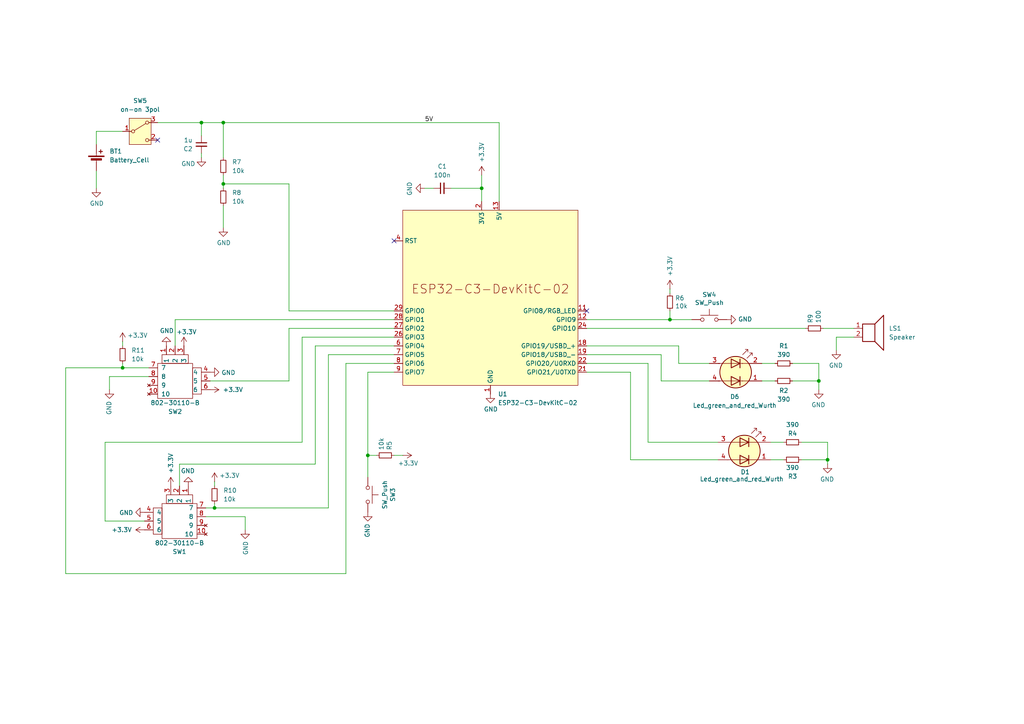
<source format=kicad_sch>
(kicad_sch (version 20231120) (generator "eeschema") (generator_version "8.0")
  (paper "A4")
  (lib_symbols
    (symbol "802-30110-B-Joystick_2" (pin_names (offset 1.016))
      (property "Reference" "SW2" (at 0 8.89 0))
      (property "Value" "802-30110-B" (at 0 6.35 0))
      (symbol "802-30110-B-Joystick_2_0_1"
        (rectangle (start -5.08 5.08) (end 5.08 -5.08))
        (rectangle (start -3.81 -5.08) (end 3.81 -7.62))
        (rectangle (start 5.08 3.81) (end 7.62 -3.81))
      )
      (symbol "802-30110-B-Joystick_2_1_1"
        (pin input line (at -2.54 -10.16 90) (length 2.54) (name "1") (number "1"))
        (pin no_connect line (at -7.62 3.81 0) (length 2.54) (name "10") (number "10"))
        (pin output line (at 0 -10.16 90) (length 2.54) (name "2") (number "2"))
        (pin input line (at 2.54 -10.16 90) (length 2.54) (name "3") (number "3"))
        (pin input line (at 10.16 -2.54 180) (length 2.54) (name "4") (number "4"))
        (pin output line (at 10.16 0 180) (length 2.54) (name "5") (number "5"))
        (pin input line (at 10.16 2.54 180) (length 2.54) (name "6") (number "6"))
        (pin input line (at -7.62 -3.81 0) (length 2.54) (name "7") (number "7"))
        (pin input line (at -7.62 -1.27 0) (length 2.54) (name "8") (number "8"))
        (pin no_connect line (at -7.62 1.27 0) (length 2.54) (name "9") (number "9"))
      )
    )
    (symbol "Device:Battery_Cell" (pin_numbers hide) (pin_names (offset 0) hide)
      (property "Reference" "BT" (at 2.54 2.54 0))
      (property "Value" "Battery_Cell" (at 2.54 0 0))
      (symbol "Battery_Cell_0_1"
        (rectangle (start -2.286 1.778) (end 2.286 1.524) (fill (type outline)))
        (rectangle (start -1.524 1.016) (end 1.524 0.508) (fill (type outline)))
        (polyline (pts (xy 0 0.762) (xy 0 0)))
        (polyline (pts (xy 0 1.778) (xy 0 2.54)))
        (polyline (pts (xy 0.762 3.048) (xy 1.778 3.048)) (stroke (width 0.254)))
        (polyline (pts (xy 1.27 3.556) (xy 1.27 2.54)) (stroke (width 0.254)))
      )
      (symbol "Battery_Cell_1_1"
        (pin passive line (at 0 5.08 270) (length 2.54) (name "+") (number "1"))
        (pin passive line (at 0 -2.54 90) (length 2.54) (name "-") (number "2"))
      )
    )
    (symbol "Device:Speaker" (pin_names (offset 0) hide)
      (property "Reference" "LS" (at 1.27 5.715 0))
      (property "Value" "Speaker" (at 1.27 3.81 0))
      (symbol "Speaker_0_0"
        (rectangle (start -2.54 1.27) (end 1.016 -3.81) (stroke (width 0.254)))
        (polyline (pts (xy 1.016 1.27) (xy 3.556 3.81) (xy 3.556 -6.35) (xy 1.016 -3.81)) (stroke (width 0.254)))
      )
      (symbol "Speaker_1_1"
        (pin input line (at -5.08 0 0) (length 2.54) (name "1") (number "1"))
        (pin input line (at -5.08 -2.54 0) (length 2.54) (name "2") (number "2"))
      )
    )
    (symbol "Enkapsel_programmering-rescue:C_Small-Device" (pin_numbers hide) (pin_names (offset 0.254) hide)
      (property "Reference" "C" (at 0.254 1.778 0))
      (property "Value" "Device_C_Small" (at 0.254 -2.032 0))
      (symbol "C_Small-Device_0_1"
        (polyline (pts (xy -1.524 -0.508) (xy 1.524 -0.508)) (stroke (width 0.3302)))
        (polyline (pts (xy -1.524 0.508) (xy 1.524 0.508)) (stroke (width 0.3048)))
      )
      (symbol "C_Small-Device_1_1"
        (pin passive line (at 0 2.54 270) (length 2.032) (name "~") (number "1"))
        (pin passive line (at 0 -2.54 90) (length 2.032) (name "~") (number "2"))
      )
    )
    (symbol "Enkapsel_programmering-rescue:GND-power" (power) (pin_names (offset 0))
      (property "Value" "GND-power" (at 0 -3.81 0))
      (symbol "GND-power_0_1"
        (polyline (pts (xy 0 0) (xy 0 -1.27) (xy 1.27 -1.27) (xy 0 -2.54) (xy -1.27 -1.27) (xy 0 -1.27)))
      )
      (symbol "GND-power_1_1"
        (pin power_in line (at 0 0 270) (length 0) hide (name "GND") (number "1"))
      )
    )
    (symbol "Enkapsel_programmering-rescue:R_Small-Device" (pin_numbers hide) (pin_names (offset 0.254) hide)
      (property "Reference" "R" (at 0.762 0.508 0))
      (property "Value" "Device_R_Small" (at 0.762 -1.016 0))
      (symbol "R_Small-Device_0_1"
        (rectangle (start -0.762 1.778) (end 0.762 -1.778) (stroke (width 0.2032)))
      )
      (symbol "R_Small-Device_1_1"
        (pin passive line (at 0 2.54 270) (length 0.762) (name "~") (number "1"))
        (pin passive line (at 0 -2.54 90) (length 0.762) (name "~") (number "2"))
      )
    )
    (symbol "Enkapsel_programmering-rescue:SW_Push-Switch" (pin_numbers hide) (pin_names (offset 1.016) hide)
      (property "Reference" "SW" (at 1.27 2.54 0))
      (property "Value" "Switch_SW_Push" (at 0 -1.524 0))
      (symbol "SW_Push-Switch_0_1"
        (circle (center -2.032 0) (radius 0.508))
        (polyline (pts (xy 0 1.27) (xy 0 3.048)))
        (polyline (pts (xy 2.54 1.27) (xy -2.54 1.27)))
        (circle (center 2.032 0) (radius 0.508))
        (pin passive line (at -5.08 0 0) (length 2.54) (name "1") (number "1"))
        (pin passive line (at 5.08 0 180) (length 2.54) (name "2") (number "2"))
      )
    )
    (symbol "Espressif:ESP32-C3-DevKitC-02"
      (property "Reference" "U" (at -25.4 30.48 0))
      (property "Value" "ESP32-C3-DevKitC-02" (at -25.4 27.94 0))
      (symbol "ESP32-C3-DevKitC-02_0_1"
        (rectangle (start -25.4 25.4) (end 25.4 -25.4) (fill (type background)))
      )
      (symbol "ESP32-C3-DevKitC-02_1_0"
        (text "ESP32-C3-DevKitC-02" (at 0 2.54 0) (effects (font (size 2.54 2.54))))
      )
      (symbol "ESP32-C3-DevKitC-02_1_1"
        (pin passive line (at 0 -27.94 90) (length 2.54) (name "GND") (number "1"))
        (pin passive line (at 0 -27.94 90) (length 2.54) hide (name "GND") (number "10"))
        (pin bidirectional line (at 27.94 -3.81 180) (length 2.54) (name "GPIO8/RGB_LED") (number "11"))
        (pin bidirectional line (at 27.94 -6.35 180) (length 2.54) (name "GPIO9") (number "12"))
        (pin power_in line (at 2.54 27.94 270) (length 2.54) (name "5V") (number "13"))
        (pin power_in line (at 2.54 27.94 270) (length 2.54) hide (name "5V") (number "14"))
        (pin passive line (at 0 -27.94 90) (length 2.54) hide (name "GND") (number "15"))
        (pin passive line (at 0 -27.94 90) (length 2.54) hide (name "GND") (number "16"))
        (pin passive line (at 0 -27.94 90) (length 2.54) hide (name "GND") (number "17"))
        (pin bidirectional line (at 27.94 -13.97 180) (length 2.54) (name "GPIO19/USBD_+") (number "18"))
        (pin bidirectional line (at 27.94 -16.51 180) (length 2.54) (name "GPIO18/USBD_-") (number "19"))
        (pin power_in line (at -2.54 27.94 270) (length 2.54) (name "3V3") (number "2"))
        (pin passive line (at 0 -27.94 90) (length 2.54) hide (name "GND") (number "20"))
        (pin bidirectional line (at 27.94 -21.59 180) (length 2.54) (name "GPIO21/U0TXD") (number "21"))
        (pin bidirectional line (at 27.94 -19.05 180) (length 2.54) (name "GPIO20/U0RXD") (number "22"))
        (pin passive line (at 0 -27.94 90) (length 2.54) hide (name "GND") (number "23"))
        (pin bidirectional line (at 27.94 -8.89 180) (length 2.54) (name "GPIO10") (number "24"))
        (pin passive line (at 0 -27.94 90) (length 2.54) hide (name "GND") (number "25"))
        (pin bidirectional line (at -27.94 -11.43 0) (length 2.54) (name "GPIO3") (number "26"))
        (pin bidirectional line (at -27.94 -8.89 0) (length 2.54) (name "GPIO2") (number "27"))
        (pin bidirectional line (at -27.94 -6.35 0) (length 2.54) (name "GPIO1") (number "28"))
        (pin bidirectional line (at -27.94 -3.81 0) (length 2.54) (name "GPIO0") (number "29"))
        (pin power_in line (at -2.54 27.94 270) (length 2.54) hide (name "3V3") (number "3"))
        (pin passive line (at 0 -27.94 90) (length 2.54) hide (name "GND") (number "30"))
        (pin output line (at -27.94 16.51 0) (length 2.54) (name "RST") (number "4"))
        (pin passive line (at 0 -27.94 90) (length 2.54) hide (name "GND") (number "5"))
        (pin bidirectional line (at -27.94 -13.97 0) (length 2.54) (name "GPIO4") (number "6"))
        (pin bidirectional line (at -27.94 -16.51 0) (length 2.54) (name "GPIO5") (number "7"))
        (pin bidirectional line (at -27.94 -19.05 0) (length 2.54) (name "GPIO6") (number "8"))
        (pin bidirectional line (at -27.94 -21.59 0) (length 2.54) (name "GPIO7") (number "9"))
      )
    )
    (symbol "JonasLib:Led_green_and_red_Wurth" (pin_names (offset 0) hide)
      (property "Reference" "D1" (at 0.127 11.43 0))
      (property "Value" "Led_green_and_red_Wurth" (at 0.127 8.89 0))
      (symbol "Led_green_and_red_Wurth_0_1"
        (polyline (pts (xy -3.81 -2.54) (xy -1.905 -2.54)))
        (polyline (pts (xy -3.81 2.54) (xy -1.905 2.54)))
        (polyline (pts (xy -1.27 -1.27) (xy -1.27 -3.81)) (stroke (width 0.254)))
        (polyline (pts (xy -1.27 3.81) (xy -1.27 1.27)) (stroke (width 0.254)))
        (polyline (pts (xy 5.08 -2.54) (xy -2.032 -2.54)))
        (polyline (pts (xy 5.08 2.54) (xy -2.032 2.54)))
        (polyline (pts (xy 1.27 -1.27) (xy 1.27 -3.81) (xy -1.27 -2.54) (xy 1.27 -1.27)) (stroke (width 0.254)))
        (polyline (pts (xy 1.27 3.81) (xy 1.27 1.27) (xy -1.27 2.54) (xy 1.27 3.81)) (stroke (width 0.254)))
        (polyline (pts (xy -3.302 4.064) (xy -4.826 5.588) (xy -4.064 5.588) (xy -4.826 5.588) (xy -4.826 4.826)))
        (polyline (pts (xy -2.032 5.08) (xy -3.556 6.604) (xy -2.794 6.604) (xy -3.556 6.604) (xy -3.556 5.842)))
        (circle (center 0 0) (radius 4.572) (stroke (width 0.254)) (fill (type background)))
      )
      (symbol "Led_green_and_red_Wurth_1_1"
        (pin input line (at -7.62 -2.54 0) (length 3.81) (name "K2") (number "1"))
        (pin input line (at -7.62 2.54 0) (length 3.81) (name "K1") (number "2"))
        (pin input line (at 7.62 2.54 180) (length 3.048) (name "A1") (number "3"))
        (pin input line (at 7.62 -2.54 180) (length 3.048) (name "A2") (number "4"))
      )
    )
    (symbol "Switch:SW_Wuerth_450301014042" (pin_names (offset 1) hide)
      (property "Reference" "SW" (at 0 5.08 0))
      (property "Value" "SW_Wuerth_450301014042" (at 0 -5.08 0))
      (symbol "SW_Wuerth_450301014042_0_1"
        (circle (center -2.032 0) (radius 0.4572))
        (polyline (pts (xy -1.651 0.254) (xy 1.651 2.286)))
        (circle (center 2.032 -2.54) (radius 0.4572))
        (circle (center 2.032 2.54) (radius 0.4572))
      )
      (symbol "SW_Wuerth_450301014042_1_1"
        (rectangle (start -3.175 3.81) (end 3.175 -3.81) (fill (type background)))
        (pin passive line (at -5.08 0 0) (length 2.54) (name "B") (number "1"))
        (pin passive line (at 5.08 -2.54 180) (length 2.54) (name "C") (number "2"))
        (pin passive line (at 5.08 2.54 180) (length 2.54) (name "A") (number "3"))
      )
    )
    (symbol "power:+3.3V" (power) (pin_numbers hide) (pin_names (offset 0) hide)
      (property "Value" "+3.3V" (at 0 3.556 0))
      (symbol "+3.3V_0_1"
        (polyline (pts (xy -0.762 1.27) (xy 0 2.54)))
        (polyline (pts (xy 0 0) (xy 0 2.54)))
        (polyline (pts (xy 0 2.54) (xy 0.762 1.27)))
      )
      (symbol "+3.3V_1_1"
        (pin power_in line (at 0 0 90) (length 0) (name "~") (number "1"))
      )
    )
  )
  (junction (at 240.03 133.35))
  (junction (at 58.42 35.56))
  (junction (at 35.56 106.68))
  (junction (at 237.49 110.49))
  (junction (at 64.77 35.56))
  (junction (at 139.7 54.61))
  (junction (at 194.31 92.71))
  (junction (at 62.23 147.32))
  (junction (at 64.77 53.34))
  (junction (at 106.68 132.08))
  (no_connect (at 170.18 90.17))
  (no_connect (at 45.72 40.64))
  (no_connect (at 114.3 69.85))
  (wire (pts (xy 27.94 38.1) (xy 35.56 38.1)))
  (wire (pts (xy 45.72 35.56) (xy 58.42 35.56)))
  (wire (pts (xy 83.82 95.25) (xy 114.3 95.25)))
  (wire (pts (xy 114.3 92.71) (xy 50.8 92.71)))
  (wire (pts (xy 194.31 85.09) (xy 194.31 83.82)))
  (wire (pts (xy 208.28 133.35) (xy 182.88 133.35)))
  (wire (pts (xy 71.12 149.86) (xy 71.12 153.67)))
  (wire (pts (xy 62.23 147.32) (xy 95.25 147.32)))
  (wire (pts (xy 64.77 53.34) (xy 64.77 54.61)))
  (wire (pts (xy 31.75 109.22) (xy 43.18 109.22)))
  (wire (pts (xy 64.77 35.56) (xy 64.77 45.72)))
  (wire (pts (xy 64.77 50.8) (xy 64.77 53.34)))
  (wire (pts (xy 106.68 107.95) (xy 114.3 107.95)))
  (wire (pts (xy 19.05 106.68) (xy 19.05 166.37)))
  (wire (pts (xy 27.94 38.1) (xy 27.94 41.91)))
  (wire (pts (xy 83.82 53.34) (xy 83.82 90.17)))
  (wire (pts (xy 191.77 110.49) (xy 191.77 102.87)))
  (wire (pts (xy 187.96 105.41) (xy 187.96 128.27)))
  (wire (pts (xy 229.87 105.41) (xy 237.49 105.41)))
  (wire (pts (xy 64.77 35.56) (xy 144.78 35.56)))
  (wire (pts (xy 58.42 35.56) (xy 64.77 35.56)))
  (wire (pts (xy 71.12 149.86) (xy 59.69 149.86)))
  (wire (pts (xy 30.48 151.13) (xy 30.48 128.27)))
  (wire (pts (xy 95.25 102.87) (xy 114.3 102.87)))
  (wire (pts (xy 114.3 132.08) (xy 116.84 132.08)))
  (wire (pts (xy 100.33 166.37) (xy 100.33 105.41)))
  (wire (pts (xy 52.07 134.62) (xy 52.07 140.97)))
  (wire (pts (xy 182.88 107.95) (xy 170.18 107.95)))
  (wire (pts (xy 35.56 99.06) (xy 35.56 100.33)))
  (wire (pts (xy 58.42 39.37) (xy 58.42 35.56)))
  (wire (pts (xy 196.85 105.41) (xy 205.74 105.41)))
  (wire (pts (xy 196.85 100.33) (xy 196.85 105.41)))
  (wire (pts (xy 170.18 92.71) (xy 194.31 92.71)))
  (wire (pts (xy 139.7 54.61) (xy 139.7 58.42)))
  (wire (pts (xy 242.57 97.79) (xy 242.57 101.6)))
  (wire (pts (xy 87.63 97.79) (xy 114.3 97.79)))
  (wire (pts (xy 19.05 106.68) (xy 35.56 106.68)))
  (wire (pts (xy 35.56 106.68) (xy 43.18 106.68)))
  (wire (pts (xy 237.49 110.49) (xy 237.49 113.03)))
  (wire (pts (xy 106.68 107.95) (xy 106.68 132.08)))
  (wire (pts (xy 130.81 54.61) (xy 139.7 54.61)))
  (wire (pts (xy 106.68 132.08) (xy 106.68 138.43)))
  (wire (pts (xy 200.66 92.71) (xy 194.31 92.71)))
  (wire (pts (xy 139.7 50.8) (xy 139.7 54.61)))
  (wire (pts (xy 95.25 147.32) (xy 95.25 102.87)))
  (wire (pts (xy 35.56 105.41) (xy 35.56 106.68)))
  (wire (pts (xy 232.41 133.35) (xy 240.03 133.35)))
  (wire (pts (xy 50.8 92.71) (xy 50.8 100.33)))
  (wire (pts (xy 83.82 90.17) (xy 114.3 90.17)))
  (wire (pts (xy 64.77 53.34) (xy 83.82 53.34)))
  (wire (pts (xy 83.82 110.49) (xy 83.82 95.25)))
  (wire (pts (xy 30.48 128.27) (xy 87.63 128.27)))
  (wire (pts (xy 208.28 128.27) (xy 187.96 128.27)))
  (wire (pts (xy 64.77 59.69) (xy 64.77 66.04)))
  (wire (pts (xy 62.23 139.7) (xy 62.23 140.97)))
  (wire (pts (xy 100.33 105.41) (xy 114.3 105.41)))
  (wire (pts (xy 247.65 97.79) (xy 242.57 97.79)))
  (wire (pts (xy 182.88 107.95) (xy 182.88 133.35)))
  (wire (pts (xy 59.69 147.32) (xy 62.23 147.32)))
  (wire (pts (xy 62.23 146.05) (xy 62.23 147.32)))
  (wire (pts (xy 170.18 95.25) (xy 233.68 95.25)))
  (wire (pts (xy 238.76 95.25) (xy 247.65 95.25)))
  (wire (pts (xy 58.42 44.45) (xy 58.42 45.72)))
  (wire (pts (xy 227.33 128.27) (xy 223.52 128.27)))
  (wire (pts (xy 194.31 92.71) (xy 194.31 90.17)))
  (wire (pts (xy 205.74 110.49) (xy 191.77 110.49)))
  (wire (pts (xy 106.68 132.08) (xy 109.22 132.08)))
  (wire (pts (xy 91.44 134.62) (xy 52.07 134.62)))
  (wire (pts (xy 114.3 100.33) (xy 91.44 100.33)))
  (wire (pts (xy 232.41 128.27) (xy 240.03 128.27)))
  (wire (pts (xy 19.05 166.37) (xy 100.33 166.37)))
  (wire (pts (xy 31.75 109.22) (xy 31.75 113.03)))
  (wire (pts (xy 170.18 100.33) (xy 196.85 100.33)))
  (wire (pts (xy 187.96 105.41) (xy 170.18 105.41)))
  (wire (pts (xy 240.03 134.62) (xy 240.03 133.35)))
  (wire (pts (xy 227.33 133.35) (xy 223.52 133.35)))
  (wire (pts (xy 229.87 110.49) (xy 237.49 110.49)))
  (wire (pts (xy 170.18 102.87) (xy 191.77 102.87)))
  (wire (pts (xy 224.79 110.49) (xy 220.98 110.49)))
  (wire (pts (xy 91.44 100.33) (xy 91.44 134.62)))
  (wire (pts (xy 144.78 58.42) (xy 144.78 35.56)))
  (wire (pts (xy 123.19 54.61) (xy 125.73 54.61)))
  (wire (pts (xy 41.91 151.13) (xy 30.48 151.13)))
  (wire (pts (xy 224.79 105.41) (xy 220.98 105.41)))
  (wire (pts (xy 87.63 128.27) (xy 87.63 97.79)))
  (wire (pts (xy 83.82 110.49) (xy 60.96 110.49)))
  (wire (pts (xy 27.94 49.53) (xy 27.94 54.61)))
  (wire (pts (xy 237.49 105.41) (xy 237.49 110.49)))
  (wire (pts (xy 240.03 128.27) (xy 240.03 133.35)))
  (label "5V" (at 123.19 35.56 0))
  (symbol (lib_name "802-30110-B-Joystick_2") (lib_id "Enkapsel_programmering-rescue:802-30110-B-Joystick") (at 50.8 110.49 0) (mirror x) (unit 1)
    (property "Reference" "SW2" (at 50.8 119.38 0))
    (property "Value" "802-30110-B" (at 50.8 116.84 0))
    (property "Footprint" "JonasLib:Joystick" (effects (hide yes)))
    (property "Datasheet" "https://www.electrokit.com/joystick-10k-tummanovrering" (effects (hide yes)))
  )
  (symbol (lib_id "Enkapsel_programmering-rescue:GND-power") (at 60.96 107.95 90) (mirror x) (unit 1)
    (property "Reference" "#PWR0105" (effects (hide yes)))
    (property "Value" "GND" (at 64.2112 108.077 90) (effects (justify right)))
  )
  (symbol (lib_id "Enkapsel_programmering-rescue:GND-power") (at 48.26 100.33 0) (mirror x) (unit 1)
    (property "Reference" "#PWR0113" (effects (hide yes)))
    (property "Value" "GND" (at 48.387 95.9358 0))
  )
  (symbol (lib_id "Enkapsel_programmering-rescue:GND-power") (at 54.61 140.97 180) (unit 1)
    (property "Reference" "#PWR0114" (effects (hide yes)))
    (property "Value" "GND" (at 54.483 136.5758 0))
  )
  (symbol (lib_id "Enkapsel_programmering-rescue:GND-power") (at 41.91 148.59 270) (unit 1)
    (property "Reference" "#PWR0115" (effects (hide yes)))
    (property "Value" "GND" (at 38.6588 148.717 90) (effects (justify right)))
  )
  (symbol (lib_id "Enkapsel_programmering-rescue:SW_Push-Switch") (at 205.74 92.71 0) (unit 1)
    (property "Reference" "SW4" (at 205.74 85.471 0))
    (property "Value" "SW_Push" (at 205.74 87.7824 0))
    (property "Footprint" "Button_Switch_THT:SW_PUSH-12mm" (effects (hide yes)))
    (property "Datasheet" "https://www.electrokit.com/tryckknapp-pcb-12x12x8.5mm" (effects (hide yes)))
  )
  (symbol (lib_id "Enkapsel_programmering-rescue:SW_Push-Switch") (at 106.68 143.51 270) (unit 1)
    (property "Reference" "SW3" (at 113.919 143.51 0))
    (property "Value" "SW_Push" (at 111.6076 143.51 0))
    (property "Footprint" "Button_Switch_THT:SW_PUSH-12mm" (effects (hide yes)))
    (property "Datasheet" "https://www.electrokit.com/tryckknapp-pcb-12x12x8.5mm" (effects (hide yes)))
  )
  (symbol (lib_id "Enkapsel_programmering-rescue:R_Small-Device") (at 194.31 87.63 0) (unit 1)
    (property "Reference" "R6" (at 195.8086 86.4616 0) (effects (justify left)))
    (property "Value" "10k" (at 195.8086 88.773 0) (effects (justify left)))
    (property "Footprint" "Resistor_SMD:R_1206_3216Metric_Pad1.30x1.75mm_HandSolder" (effects (hide yes)))
    (property "Datasheet" "https://www.electrokit.com/motstand-10kohm-0.25w-smd-1206" (effects (hide yes)))
  )
  (symbol (lib_id "Enkapsel_programmering-rescue:R_Small-Device") (at 111.76 132.08 270) (mirror x) (unit 1)
    (property "Reference" "R5" (at 112.9284 130.5814 0) (effects (justify left)))
    (property "Value" "10k" (at 110.617 130.5814 0) (effects (justify left)))
    (property "Footprint" "Resistor_SMD:R_1206_3216Metric_Pad1.30x1.75mm_HandSolder" (effects (hide yes)))
    (property "Datasheet" "https://www.electrokit.com/motstand-10kohm-0.25w-smd-1206" (effects (hide yes)))
  )
  (symbol (lib_id "Enkapsel_programmering-rescue:GND-power") (at 106.68 148.59 0) (mirror y) (unit 1)
    (property "Reference" "#PWR0123" (effects (hide yes)))
    (property "Value" "GND" (at 106.553 151.8412 90) (effects (justify right)))
  )
  (symbol (lib_id "Enkapsel_programmering-rescue:GND-power") (at 210.82 92.71 90) (unit 1)
    (property "Reference" "#PWR0121" (effects (hide yes)))
    (property "Value" "GND" (at 214.0712 92.583 90) (effects (justify right)))
  )
  (symbol (lib_id "Enkapsel_programmering-rescue:R_Small-Device") (at 229.87 128.27 270) (mirror x) (unit 1)
    (property "Reference" "R4" (at 229.87 125.73 90))
    (property "Value" "390" (at 229.87 123.19 90))
    (property "Footprint" "Resistor_SMD:R_1206_3216Metric_Pad1.30x1.75mm_HandSolder" (effects (hide yes)))
    (property "Datasheet" "https://www.electrokit.com/motstand-390ohm-0.25w-smd-1206" (effects (hide yes)))
  )
  (symbol (lib_id "Enkapsel_programmering-rescue:GND-power") (at 240.03 134.62 0) (mirror y) (unit 1)
    (property "Reference" "#PWR015" (effects (hide yes)))
    (property "Value" "GND" (at 239.903 139.0142 0))
  )
  (symbol (lib_id "Enkapsel_programmering-rescue:GND-power") (at 58.42 45.72 0) (unit 1)
    (property "Reference" "#PWR07" (effects (hide yes)))
    (property "Value" "GND" (at 54.61 47.498 0))
  )
  (symbol (lib_id "power:+3.3V") (at 49.53 140.97 0) (unit 1)
    (property "Reference" "#PWR05" (effects (hide yes)))
    (property "Value" "+3.3V" (at 49.53 134.366 90))
    (property "Description" "Power symbol creates a global label with name \"+3.3V\"" (effects (hide yes)))
  )
  (symbol (lib_id "Enkapsel_programmering-rescue:R_Small-Device") (at 229.87 133.35 90) (mirror x) (unit 1)
    (property "Reference" "R3" (at 229.87 138.176 90))
    (property "Value" "390" (at 229.87 135.636 90))
    (property "Footprint" "Resistor_SMD:R_1206_3216Metric_Pad1.30x1.75mm_HandSolder" (effects (hide yes)))
    (property "Datasheet" "https://www.electrokit.com/motstand-390ohm-0.25w-smd-1206" (effects (hide yes)))
  )
  (symbol (lib_id "Device:Battery_Cell") (at 27.94 46.99 0) (unit 1)
    (property "Reference" "BT1" (at 31.75 43.8784 0) (effects (justify left)))
    (property "Value" "Battery_Cell" (at 31.75 46.4184 0) (effects (justify left)))
    (property "Footprint" "JonasLib:Batterihållare 4xAAA" (effects (hide yes)))
    (property "Description" "Single-cell battery" (effects (hide yes)))
  )
  (symbol (lib_id "Enkapsel_programmering-rescue:R_Small-Device") (at 64.77 57.15 180) (unit 1)
    (property "Reference" "R8" (at 67.31 55.88 0) (effects (justify right)))
    (property "Value" "10k" (at 67.31 58.42 0) (effects (justify right)))
    (property "Footprint" "Resistor_SMD:R_1206_3216Metric_Pad1.30x1.75mm_HandSolder" (effects (hide yes)))
    (property "Datasheet" "https://www.electrokit.com/motstand-10kohm-0.25w-smd-1206" (effects (hide yes)))
  )
  (symbol (lib_id "power:+3.3V") (at 62.23 139.7 0) (unit 1)
    (property "Reference" "#PWR019" (effects (hide yes)))
    (property "Value" "+3.3V" (at 66.548 137.922 0))
    (property "Description" "Power symbol creates a global label with name \"+3.3V\"" (effects (hide yes)))
  )
  (symbol (lib_id "Enkapsel_programmering-rescue:C_Small-Device") (at 58.42 41.91 0) (unit 1)
    (property "Reference" "C2" (at 55.88 43.1864 0) (effects (justify right)))
    (property "Value" "1u" (at 55.88 40.6464 0) (effects (justify right)))
    (property "Footprint" "Capacitor_SMD:C_1206_3216Metric_Pad1.33x1.80mm_HandSolder" (effects (hide yes)))
    (property "Datasheet" "https://www.electrokit.com/kondensator-1206-x7r-1uf-1025v" (effects (hide yes)))
  )
  (symbol (lib_id "JonasLib:Led_green_and_red_Wurth") (at 213.36 107.95 0) (mirror y) (unit 1)
    (property "Reference" "D6" (at 213.106 115.062 0))
    (property "Value" "Led_green_and_red_Wurth" (at 213.106 117.602 0))
    (property "Footprint" "JonasLib:Led green and red Wurth" (effects (hide yes)))
    (property "Description" "Dual LED, cathodes on pins 2 and 3" (effects (hide yes)))
  )
  (symbol (lib_id "Enkapsel_programmering-rescue:R_Small-Device") (at 227.33 105.41 270) (mirror x) (unit 1)
    (property "Reference" "R1" (at 227.33 100.33 90))
    (property "Value" "390" (at 227.33 102.87 90))
    (property "Footprint" "Resistor_SMD:R_1206_3216Metric_Pad1.30x1.75mm_HandSolder" (effects (hide yes)))
    (property "Datasheet" "https://www.electrokit.com/motstand-390ohm-0.25w-smd-1206" (effects (hide yes)))
  )
  (symbol (lib_id "Device:Speaker") (at 252.73 95.25 0) (unit 1)
    (property "Reference" "LS1" (at 257.81 95.2499 0) (effects (justify left)))
    (property "Value" "Speaker" (at 257.81 97.7899 0) (effects (justify left)))
    (property "Footprint" "JonasLib:summer 4khz miniatyr" (effects (hide yes)))
    (property "Datasheet" "https://www.electrokit.com/summer-4-khz-miniatyr" (effects (hide yes)))
    (property "Description" "Speaker" (effects (hide yes)))
  )
  (symbol (lib_id "Enkapsel_programmering-rescue:GND-power") (at 242.57 101.6 0) (mirror y) (unit 1)
    (property "Reference" "#PWR013" (effects (hide yes)))
    (property "Value" "GND" (at 242.443 105.9942 0))
  )
  (symbol (lib_id "Enkapsel_programmering-rescue:GND-power") (at 31.75 113.03 0) (mirror y) (unit 1)
    (property "Reference" "#PWR02" (effects (hide yes)))
    (property "Value" "GND" (at 31.623 116.2812 90) (effects (justify right)))
  )
  (symbol (lib_id "Enkapsel_programmering-rescue:GND-power") (at 123.19 54.61 270) (unit 1)
    (property "Reference" "#PWR09" (effects (hide yes)))
    (property "Value" "GND" (at 118.7958 54.737 0))
  )
  (symbol (lib_id "power:+3.3V") (at 41.91 153.67 90) (unit 1)
    (property "Reference" "#PWR018" (effects (hide yes)))
    (property "Value" "+3.3V" (at 35.306 153.67 90))
    (property "Description" "Power symbol creates a global label with name \"+3.3V\"" (effects (hide yes)))
  )
  (symbol (lib_id "JonasLib:Led_green_and_red_Wurth") (at 215.9 130.81 0) (mirror y) (unit 1)
    (property "Reference" "D1" (at 216.154 136.906 0))
    (property "Value" "Led_green_and_red_Wurth" (at 215.138 138.938 0))
    (property "Footprint" "JonasLib:Led green and red Wurth" (effects (hide yes)))
    (property "Description" "Dual LED, cathodes on pins 2 and 3" (effects (hide yes)))
  )
  (symbol (lib_id "power:+3.3V") (at 35.56 99.06 0) (unit 1)
    (property "Reference" "#PWR04" (effects (hide yes)))
    (property "Value" "+3.3V" (at 39.878 97.282 0))
    (property "Description" "Power symbol creates a global label with name \"+3.3V\"" (effects (hide yes)))
  )
  (symbol (lib_id "Enkapsel_programmering-rescue:C_Small-Device") (at 128.27 54.61 90) (unit 1)
    (property "Reference" "C1" (at 128.2763 48.26 90))
    (property "Value" "100n" (at 128.2763 50.8 90))
    (property "Footprint" "Capacitor_SMD:C_1206_3216Metric_Pad1.33x1.80mm_HandSolder" (effects (hide yes)))
    (property "Datasheet" "https://www.electrokit.com/kondensator-1206-x7r-100nf-10" (effects (hide yes)))
  )
  (symbol (lib_id "Switch:SW_Wuerth_450301014042") (at 40.64 38.1 0) (unit 1)
    (property "Reference" "SW5" (at 40.64 29.21 0))
    (property "Value" "on-on 3pol" (at 40.64 31.75 0))
    (property "Footprint" "JonasLib:Skjutomkopplare 1-pol on-on pcb vinklad" (effects (hide yes)))
    (property "Datasheet" "https://www.electrokit.com/skjutomkopplare-1-pol-on-on-pcb-vinklad" (effects (hide yes)))
    (property "Description" "Switch slide, single pole double throw" (effects (hide yes)))
  )
  (symbol (lib_id "power:+3.3V") (at 53.34 100.33 0) (mirror y) (unit 1)
    (property "Reference" "#PWR016" (effects (hide yes)))
    (property "Value" "+3.3V" (at 54.102 96.266 0))
    (property "Description" "Power symbol creates a global label with name \"+3.3V\"" (effects (hide yes)))
  )
  (symbol (lib_id "Enkapsel_programmering-rescue:GND-power") (at 142.24 114.3 0) (unit 1)
    (property "Reference" "#PWR010" (effects (hide yes)))
    (property "Value" "GND" (at 142.367 118.6942 0))
  )
  (symbol (lib_id "power:+3.3V") (at 116.84 132.08 270) (mirror x) (unit 1)
    (property "Reference" "#PWR014" (effects (hide yes)))
    (property "Value" "+3.3V" (at 118.364 134.366 90))
    (property "Description" "Power symbol creates a global label with name \"+3.3V\"" (effects (hide yes)))
  )
  (symbol (lib_id "Enkapsel_programmering-rescue:GND-power") (at 27.94 54.61 0) (unit 1)
    (property "Reference" "#PWR011" (effects (hide yes)))
    (property "Value" "GND" (at 28.067 59.0042 0))
  )
  (symbol (lib_id "power:+3.3V") (at 139.7 50.8 0) (unit 1)
    (property "Reference" "#PWR06" (effects (hide yes)))
    (property "Value" "+3.3V" (at 139.7 44.196 90))
    (property "Description" "Power symbol creates a global label with name \"+3.3V\"" (effects (hide yes)))
  )
  (symbol (lib_id "power:+3.3V") (at 60.96 113.03 270) (mirror x) (unit 1)
    (property "Reference" "#PWR017" (effects (hide yes)))
    (property "Value" "+3.3V" (at 67.564 113.03 90))
    (property "Description" "Power symbol creates a global label with name \"+3.3V\"" (effects (hide yes)))
  )
  (symbol (lib_name "802-30110-B-Joystick_2") (lib_id "Enkapsel_programmering-rescue:802-30110-B-Joystick") (at 52.07 151.13 180) (unit 1)
    (property "Reference" "SW1" (at 52.07 160.02 0))
    (property "Value" "802-30110-B" (at 52.07 157.48 0))
    (property "Footprint" "JonasLib:Joystick" (effects (hide yes)))
    (property "Datasheet" "https://www.electrokit.com/joystick-10k-tummanovrering" (effects (hide yes)))
  )
  (symbol (lib_id "Enkapsel_programmering-rescue:R_Small-Device") (at 62.23 143.51 0) (unit 1)
    (property "Reference" "R10" (at 64.77 142.24 0) (effects (justify left)))
    (property "Value" "10k" (at 64.77 144.78 0) (effects (justify left)))
    (property "Footprint" "Resistor_SMD:R_1206_3216Metric_Pad1.30x1.75mm_HandSolder" (effects (hide yes)))
    (property "Datasheet" "https://www.electrokit.com/motstand-10kohm-0.25w-smd-1206" (effects (hide yes)))
  )
  (symbol (lib_id "Enkapsel_programmering-rescue:GND-power") (at 237.49 113.03 0) (mirror y) (unit 1)
    (property "Reference" "#PWR08" (effects (hide yes)))
    (property "Value" "GND" (at 237.363 117.4242 0))
  )
  (symbol (lib_id "Enkapsel_programmering-rescue:GND-power") (at 64.77 66.04 0) (unit 1)
    (property "Reference" "#PWR03" (effects (hide yes)))
    (property "Value" "GND" (at 64.897 70.4342 0))
  )
  (symbol (lib_id "Enkapsel_programmering-rescue:R_Small-Device") (at 35.56 102.87 0) (unit 1)
    (property "Reference" "R11" (at 38.1 101.6 0) (effects (justify left)))
    (property "Value" "10k" (at 38.1 104.14 0) (effects (justify left)))
    (property "Footprint" "Resistor_SMD:R_1206_3216Metric_Pad1.30x1.75mm_HandSolder" (effects (hide yes)))
    (property "Datasheet" "https://www.electrokit.com/motstand-10kohm-0.25w-smd-1206" (effects (hide yes)))
  )
  (symbol (lib_id "power:+3.3V") (at 194.31 83.82 0) (unit 1)
    (property "Reference" "#PWR012" (effects (hide yes)))
    (property "Value" "+3.3V" (at 194.31 77.216 90))
    (property "Description" "Power symbol creates a global label with name \"+3.3V\"" (effects (hide yes)))
  )
  (symbol (lib_id "Enkapsel_programmering-rescue:R_Small-Device") (at 236.22 95.25 90) (unit 1)
    (property "Reference" "R9" (at 235.0516 93.7514 0) (effects (justify left)))
    (property "Value" "100" (at 237.363 93.7514 0) (effects (justify left)))
    (property "Footprint" "Resistor_SMD:R_1206_3216Metric_Pad1.30x1.75mm_HandSolder" (effects (hide yes)))
    (property "Datasheet" "https://www.electrokit.com/motstand-100ohm-0.25w-smd-1206" (effects (hide yes)))
  )
  (symbol (lib_id "Enkapsel_programmering-rescue:GND-power") (at 71.12 153.67 0) (unit 1)
    (property "Reference" "#PWR01" (effects (hide yes)))
    (property "Value" "GND" (at 71.247 156.9212 90) (effects (justify right)))
  )
  (symbol (lib_id "Enkapsel_programmering-rescue:R_Small-Device") (at 64.77 48.26 180) (unit 1)
    (property "Reference" "R7" (at 67.31 46.99 0) (effects (justify right)))
    (property "Value" "10k" (at 67.31 49.53 0) (effects (justify right)))
    (property "Footprint" "Resistor_SMD:R_1206_3216Metric_Pad1.30x1.75mm_HandSolder" (effects (hide yes)))
    (property "Datasheet" "https://www.electrokit.com/motstand-10kohm-0.25w-smd-1206" (effects (hide yes)))
  )
  (symbol (lib_id "Espressif:ESP32-C3-DevKitC-02") (at 142.24 86.36 0) (unit 1)
    (property "Reference" "U1" (at 144.4341 114.3 0) (effects (justify left)))
    (property "Value" "ESP32-C3-DevKitC-02" (at 144.4341 116.84 0) (effects (justify left)))
    (property "Footprint" "Espressif:ESP32-C3-DevKitC-02" (effects (hide yes)))
    (property "Datasheet" "https://www.espressif.com/sites/default/files/documentation/esp32-c3_datasheet_en.pdf" (effects (hide yes)))
    (property "Description" "ESP32-C3-DevKitC-02 is an entry-level development board based on ESP32-C3-WROOM-02, a general-purpose module with 4 MB SPI flash. This board integrates complete Wi-Fi and Bluetooth® Low Energy functions." (effects (hide yes)))
  )
  (symbol (lib_id "Enkapsel_programmering-rescue:R_Small-Device") (at 227.33 110.49 90) (mirror x) (unit 1)
    (property "Reference" "R2" (at 227.33 113.284 90))
    (property "Value" "390" (at 227.33 115.824 90))
    (property "Footprint" "Resistor_SMD:R_1206_3216Metric_Pad1.30x1.75mm_HandSolder" (effects (hide yes)))
    (property "Datasheet" "https://www.electrokit.com/motstand-390ohm-0.25w-smd-1206" (effects (hide yes)))
  )
)
</source>
